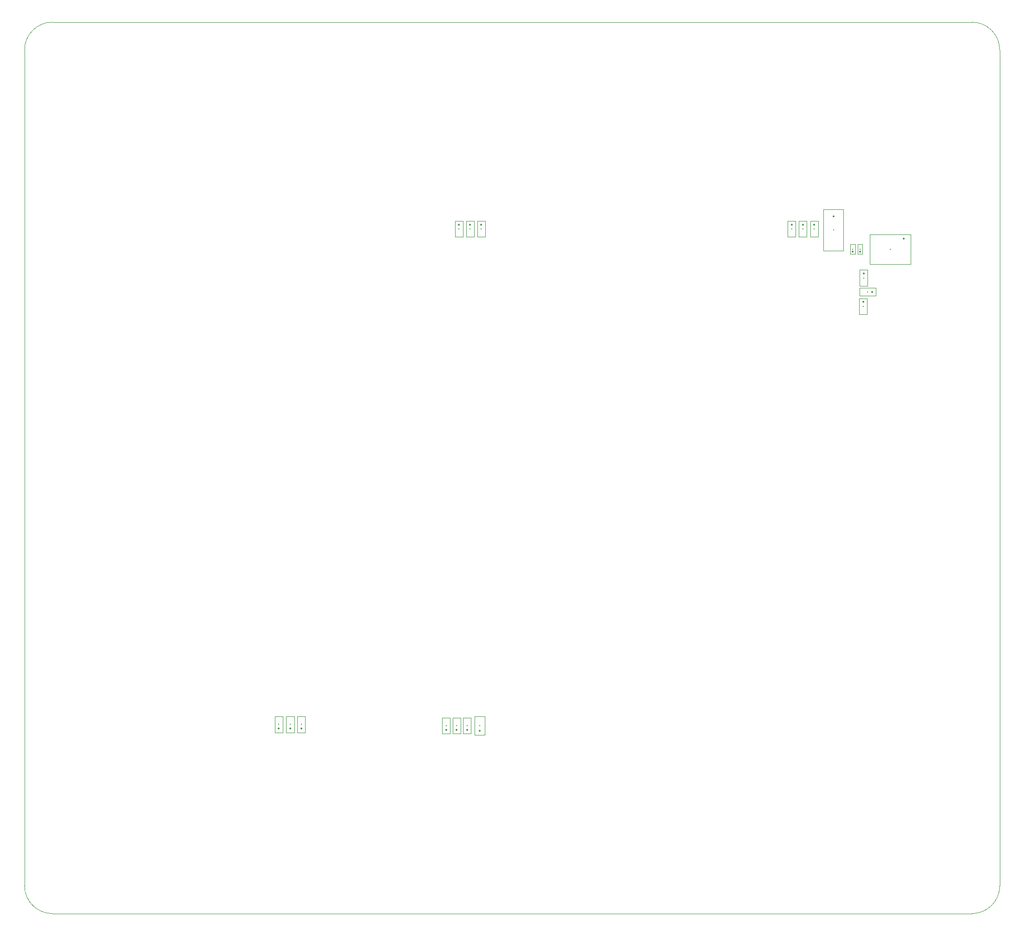
<source format=gbr>
%TF.GenerationSoftware,KiCad,Pcbnew,9.0.3*%
%TF.CreationDate,2025-09-16T14:49:51-04:00*%
%TF.ProjectId,9_TOF_PDU,395f544f-465f-4504-9455-2e6b69636164,rev?*%
%TF.SameCoordinates,Original*%
%TF.FileFunction,Component,L8,Bot*%
%TF.FilePolarity,Positive*%
%FSLAX46Y46*%
G04 Gerber Fmt 4.6, Leading zero omitted, Abs format (unit mm)*
G04 Created by KiCad (PCBNEW 9.0.3) date 2025-09-16 14:49:51*
%MOMM*%
%LPD*%
G01*
G04 APERTURE LIST*
%TA.AperFunction,ComponentMain*%
%ADD10C,0.300000*%
%TD*%
%TA.AperFunction,ComponentOutline,Courtyard*%
%ADD11C,0.100000*%
%TD*%
%TA.AperFunction,ComponentPin*%
%ADD12P,0.360000X4X0.000000*%
%TD*%
%TA.AperFunction,ComponentPin*%
%ADD13C,0.100000*%
%TD*%
%TA.AperFunction,Profile*%
%ADD14C,0.050000*%
%TD*%
G04 APERTURE END LIST*
D10*
%TO.C,C15*%
%TO.CFtp,C_0603_1608Metric*%
%TO.CVal,0.1uF*%
%TO.CLbN,Capacitor_SMD*%
%TO.CMnt,SMD*%
%TO.CRot,-90*%
X160208000Y-186473500D03*
D11*
X160933000Y-184998500D02*
X160933000Y-187948500D01*
X159483000Y-187948500D01*
X159483000Y-184998500D01*
X160933000Y-184998500D01*
D12*
%TO.P,C15,1*%
X160208000Y-187248500D03*
D13*
%TO.P,C15,2*%
X160208000Y-185698500D03*
%TD*%
D10*
%TO.C,C4*%
%TO.CFtp,C_0603_1608Metric*%
%TO.CVal,1uF*%
%TO.CLbN,Capacitor_SMD*%
%TO.CMnt,SMD*%
%TO.CRot,90*%
X190947500Y-96120000D03*
D11*
X191672500Y-94645000D02*
X191672500Y-97595000D01*
X190222500Y-97595000D01*
X190222500Y-94645000D01*
X191672500Y-94645000D01*
D12*
%TO.P,C4,1*%
X190947500Y-95345000D03*
D13*
%TO.P,C4,2*%
X190947500Y-96895000D03*
%TD*%
D10*
%TO.C,R25*%
%TO.CFtp,R_0603_1608Metric*%
%TO.CVal,49.9*%
%TO.CLbN,Resistor_SMD*%
%TO.CMnt,SMD*%
%TO.CRot,90*%
X264678000Y-110258500D03*
D11*
X265403000Y-108783500D02*
X265403000Y-111733500D01*
X263953000Y-111733500D01*
X263953000Y-108783500D01*
X265403000Y-108783500D01*
D12*
%TO.P,R25,1*%
X264678000Y-109433500D03*
D13*
%TO.P,R25,2*%
X264678000Y-111083500D03*
%TD*%
D10*
%TO.C,R23*%
%TO.CFtp,R_0603_1608Metric*%
%TO.CVal,49.9*%
%TO.CLbN,Resistor_SMD*%
%TO.CMnt,SMD*%
%TO.CRot,90*%
X264728000Y-105058500D03*
D11*
X265453000Y-103583500D02*
X265453000Y-106533500D01*
X264003000Y-106533500D01*
X264003000Y-103583500D01*
X265453000Y-103583500D01*
D12*
%TO.P,R23,1*%
X264728000Y-104233500D03*
D13*
%TO.P,R23,2*%
X264728000Y-105883500D03*
%TD*%
D10*
%TO.C,C29*%
%TO.CFtp,C_0603_1608Metric*%
%TO.CVal,1uF*%
%TO.CLbN,Capacitor_SMD*%
%TO.CMnt,SMD*%
%TO.CRot,0*%
X265478000Y-107608500D03*
D11*
X266953000Y-106883500D02*
X266953000Y-108333500D01*
X264003000Y-108333500D01*
X264003000Y-106883500D01*
X266953000Y-106883500D01*
D12*
%TO.P,C29,1*%
X266253000Y-107608500D03*
D13*
%TO.P,C29,2*%
X264703000Y-107608500D03*
%TD*%
D10*
%TO.C,C26*%
%TO.CFtp,C_0402_1005Metric*%
%TO.CVal,1uF*%
%TO.CLbN,Capacitor_SMD*%
%TO.CMnt,SMD*%
%TO.CRot,-90*%
X262758000Y-99818500D03*
D11*
X263213000Y-98913500D02*
X263213000Y-100723500D01*
X262303000Y-100723500D01*
X262303000Y-98913500D01*
X263213000Y-98913500D01*
D12*
%TO.P,C26,1*%
X262758000Y-100298500D03*
D13*
%TO.P,C26,2*%
X262758000Y-99338500D03*
%TD*%
D10*
%TO.C,C19*%
%TO.CFtp,C_0603_1608Metric*%
%TO.CVal,0.1uF*%
%TO.CLbN,Capacitor_SMD*%
%TO.CMnt,SMD*%
%TO.CRot,-90*%
X190538000Y-186718500D03*
D11*
X191263000Y-185243500D02*
X191263000Y-188193500D01*
X189813000Y-188193500D01*
X189813000Y-185243500D01*
X191263000Y-185243500D01*
D12*
%TO.P,C19,1*%
X190538000Y-187493500D03*
D13*
%TO.P,C19,2*%
X190538000Y-185943500D03*
%TD*%
D10*
%TO.C,C10*%
%TO.CFtp,C_0603_1608Metric*%
%TO.CVal,1uF*%
%TO.CLbN,Capacitor_SMD*%
%TO.CMnt,SMD*%
%TO.CRot,90*%
X255738000Y-96118500D03*
D11*
X256463000Y-94643500D02*
X256463000Y-97593500D01*
X255013000Y-97593500D01*
X255013000Y-94643500D01*
X256463000Y-94643500D01*
D12*
%TO.P,C10,1*%
X255738000Y-95343500D03*
D13*
%TO.P,C10,2*%
X255738000Y-96893500D03*
%TD*%
D10*
%TO.C,C6*%
%TO.CFtp,C_0603_1608Metric*%
%TO.CVal,0.01uF*%
%TO.CLbN,Capacitor_SMD*%
%TO.CMnt,SMD*%
%TO.CRot,90*%
X195011500Y-96120000D03*
D11*
X195736500Y-94645000D02*
X195736500Y-97595000D01*
X194286500Y-97595000D01*
X194286500Y-94645000D01*
X195736500Y-94645000D01*
D12*
%TO.P,C6,1*%
X195011500Y-95345000D03*
D13*
%TO.P,C6,2*%
X195011500Y-96895000D03*
%TD*%
D10*
%TO.C,R13*%
%TO.CFtp,R_0805_2012Metric*%
%TO.CVal,(DNI)*%
%TO.CLbN,Resistor_SMD*%
%TO.CMnt,SMD*%
%TO.CRot,-90*%
X194738000Y-186718500D03*
D11*
X195683000Y-185043500D02*
X195683000Y-188393500D01*
X193793000Y-188393500D01*
X193793000Y-185043500D01*
X195683000Y-185043500D01*
D12*
%TO.P,R13,1*%
X194738000Y-187631000D03*
D13*
%TO.P,R13,2*%
X194738000Y-185806000D03*
%TD*%
D10*
%TO.C,C27*%
%TO.CFtp,C_0402_1005Metric*%
%TO.CVal,0.1uF*%
%TO.CLbN,Capacitor_SMD*%
%TO.CMnt,SMD*%
%TO.CRot,-90*%
X264098000Y-99818500D03*
D11*
X264553000Y-98913500D02*
X264553000Y-100723500D01*
X263643000Y-100723500D01*
X263643000Y-98913500D01*
X264553000Y-98913500D01*
D12*
%TO.P,C27,1*%
X264098000Y-100298500D03*
D13*
%TO.P,C27,2*%
X264098000Y-99338500D03*
%TD*%
D10*
%TO.C,C11*%
%TO.CFtp,CP_EIA-6032-15_Kemet-U*%
%TO.CVal,50uF*%
%TO.CLbN,Capacitor_Tantalum_SMD*%
%TO.CMnt,SMD*%
%TO.CRot,90*%
X259238000Y-96318500D03*
D11*
X261083000Y-92573500D02*
X261083000Y-100063500D01*
X257393000Y-100063500D01*
X257393000Y-92573500D01*
X261083000Y-92573500D01*
D12*
%TO.P,C11,1*%
X259238000Y-93856000D03*
D13*
%TO.P,C11,2*%
X259238000Y-98781000D03*
%TD*%
D10*
%TO.C,U7*%
%TO.CFtp,INA28x_8SOIC*%
%TO.CVal,INA286*%
%TO.CLbN,Texas_Instruments*%
%TO.CMnt,SMD*%
%TO.CRot,0*%
X269593000Y-99818500D03*
D11*
X273293000Y-97121000D02*
X273293000Y-102516000D01*
X265893000Y-102516000D01*
X265893000Y-97121000D01*
X273293000Y-97121000D01*
D12*
%TO.P,U7,1,-IN*%
X272063000Y-97913500D03*
D13*
%TO.P,U7,2,GND*%
X272063000Y-99183500D03*
%TO.P,U7,3,REF2*%
X272063000Y-100453500D03*
%TO.P,U7,4*%
X272063000Y-101723500D03*
%TO.P,U7,5,OUT*%
X267123000Y-101723500D03*
%TO.P,U7,6,V+*%
X267123000Y-100453500D03*
%TO.P,U7,7,REF1*%
X267123000Y-99183500D03*
%TO.P,U7,8,+IN*%
X267123000Y-97913500D03*
%TD*%
D10*
%TO.C,C18*%
%TO.CFtp,C_0603_1608Metric*%
%TO.CVal,0.01uF*%
%TO.CLbN,Capacitor_SMD*%
%TO.CMnt,SMD*%
%TO.CRot,-90*%
X188638000Y-186718500D03*
D11*
X189363000Y-185243500D02*
X189363000Y-188193500D01*
X187913000Y-188193500D01*
X187913000Y-185243500D01*
X189363000Y-185243500D01*
D12*
%TO.P,C18,1*%
X188638000Y-187493500D03*
D13*
%TO.P,C18,2*%
X188638000Y-185943500D03*
%TD*%
D10*
%TO.C,C16*%
%TO.CFtp,C_0603_1608Metric*%
%TO.CVal,0.01uF*%
%TO.CLbN,Capacitor_SMD*%
%TO.CMnt,SMD*%
%TO.CRot,-90*%
X162208000Y-186473500D03*
D11*
X162933000Y-184998500D02*
X162933000Y-187948500D01*
X161483000Y-187948500D01*
X161483000Y-184998500D01*
X162933000Y-184998500D01*
D12*
%TO.P,C16,1*%
X162208000Y-187248500D03*
D13*
%TO.P,C16,2*%
X162208000Y-185698500D03*
%TD*%
D10*
%TO.C,C9*%
%TO.CFtp,C_0603_1608Metric*%
%TO.CVal,0.1uF*%
%TO.CLbN,Capacitor_SMD*%
%TO.CMnt,SMD*%
%TO.CRot,90*%
X253638000Y-96118500D03*
D11*
X254363000Y-94643500D02*
X254363000Y-97593500D01*
X252913000Y-97593500D01*
X252913000Y-94643500D01*
X254363000Y-94643500D01*
D12*
%TO.P,C9,1*%
X253638000Y-95343500D03*
D13*
%TO.P,C9,2*%
X253638000Y-96893500D03*
%TD*%
D10*
%TO.C,C5*%
%TO.CFtp,C_0603_1608Metric*%
%TO.CVal,0.1uF*%
%TO.CLbN,Capacitor_SMD*%
%TO.CMnt,SMD*%
%TO.CRot,90*%
X192979500Y-96120000D03*
D11*
X193704500Y-94645000D02*
X193704500Y-97595000D01*
X192254500Y-97595000D01*
X192254500Y-94645000D01*
X193704500Y-94645000D01*
D12*
%TO.P,C5,1*%
X192979500Y-95345000D03*
D13*
%TO.P,C5,2*%
X192979500Y-96895000D03*
%TD*%
D10*
%TO.C,C20*%
%TO.CFtp,C_0603_1608Metric*%
%TO.CVal,1uF*%
%TO.CLbN,Capacitor_SMD*%
%TO.CMnt,SMD*%
%TO.CRot,-90*%
X192438000Y-186718500D03*
D11*
X193163000Y-185243500D02*
X193163000Y-188193500D01*
X191713000Y-188193500D01*
X191713000Y-185243500D01*
X193163000Y-185243500D01*
D12*
%TO.P,C20,1*%
X192438000Y-187493500D03*
D13*
%TO.P,C20,2*%
X192438000Y-185943500D03*
%TD*%
D10*
%TO.C,C7*%
%TO.CFtp,C_0603_1608Metric*%
%TO.CVal,0.01uF*%
%TO.CLbN,Capacitor_SMD*%
%TO.CMnt,SMD*%
%TO.CRot,90*%
X251638000Y-96118500D03*
D11*
X252363000Y-94643500D02*
X252363000Y-97593500D01*
X250913000Y-97593500D01*
X250913000Y-94643500D01*
X252363000Y-94643500D01*
D12*
%TO.P,C7,1*%
X251638000Y-95343500D03*
D13*
%TO.P,C7,2*%
X251638000Y-96893500D03*
%TD*%
D10*
%TO.C,C14*%
%TO.CFtp,C_0603_1608Metric*%
%TO.CVal,1uF*%
%TO.CLbN,Capacitor_SMD*%
%TO.CMnt,SMD*%
%TO.CRot,-90*%
X158108000Y-186473500D03*
D11*
X158833000Y-184998500D02*
X158833000Y-187948500D01*
X157383000Y-187948500D01*
X157383000Y-184998500D01*
X158833000Y-184998500D01*
D12*
%TO.P,C14,1*%
X158108000Y-187248500D03*
D13*
%TO.P,C14,2*%
X158108000Y-185698500D03*
%TD*%
D14*
X289560000Y-93980000D02*
X289560000Y-63500000D01*
X284480000Y-58420000D02*
X116840000Y-58420000D01*
X289560000Y-215900000D02*
X289560000Y-93980000D01*
X289560000Y-215900000D02*
G75*
G02*
X284480000Y-220980000I-5080000J0D01*
G01*
X116840000Y-220980000D02*
X284480000Y-220980000D01*
X111760000Y-63500000D02*
G75*
G02*
X116840000Y-58420000I5080000J0D01*
G01*
X116840000Y-220980000D02*
G75*
G02*
X111760000Y-215900000I0J5080000D01*
G01*
X111760000Y-63500000D02*
X111760000Y-215900000D01*
X284480000Y-58420000D02*
G75*
G02*
X289560000Y-63500000I0J-5080000D01*
G01*
M02*

</source>
